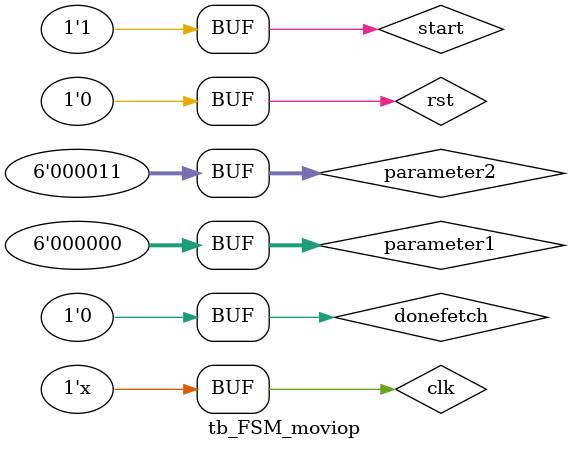
<source format=v>

`timescale 10ns/1ns
module tb_FSM_moviop;
   reg clk,rst,start,donefetch;
   reg [5:0] parameter1,parameter2;
   wire r0in,r1in,r2in,r3in,buffen;
   wire [15:0] bufftobus;
   wire Regiin,done;
    
    movi moore_movi(clk,rst,donefetch,start,done,Regiin,parameter1,parameter2,r0in,r1in,r2in,r3in,P0in,buffen,bufftobus);

    initial begin 
             clk=0;
             start=0;
             donefetch=0;
             rst=0;
             #7 rst = 1;
             #7 rst=0;   
             #20 start = 1;
                 parameter1=6'b000000;
                 parameter2=6'b000011;
                 
           end
    always #5 clk=~clk;
    
  
endmodule

</source>
